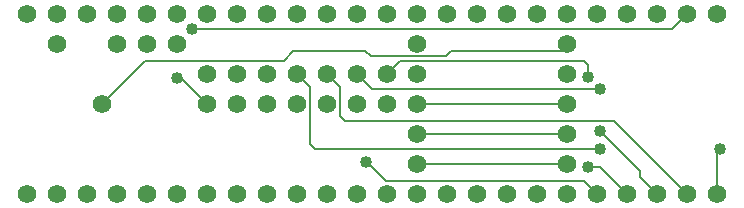
<source format=gbl>
G04 DipTrace 3.0.0.2*
G04 Teensy-TC36--T3.2-Adapter.gbl*
%MOIN*%
G04 #@! TF.FileFunction,Copper,L2,Bot*
G04 #@! TF.Part,Single*
G04 #@! TA.AperFunction,Conductor*
%ADD13C,0.008*%
%ADD14C,0.007*%
G04 #@! TA.AperFunction,ComponentPad*
%ADD16C,0.06194*%
G04 #@! TA.AperFunction,ViaPad*
%ADD17C,0.04*%
%FSLAX26Y26*%
G04*
G70*
G90*
G75*
G01*
G04 Bottom*
%LPD*%
X1573701Y548701D2*
D13*
X1569701Y544701D1*
Y557701D1*
X1639701Y487701D1*
X2299701D1*
X2343701Y443701D1*
X2353701Y593701D2*
X1403701D1*
X1387701Y609701D1*
Y799701D1*
X1343701Y843701D1*
X2753701Y593701D2*
X2743701Y583701D1*
Y443701D1*
X1443701Y843701D2*
X1487701Y799701D1*
Y703701D1*
X1503701Y687701D1*
X2399701D1*
X2643701Y443701D1*
X2353701Y793701D2*
X1593701D1*
X1543701Y843701D1*
X2353701Y653701D2*
X2487701Y519701D1*
Y499701D1*
X2543701Y443701D1*
X2313701Y833701D2*
D14*
Y871701D1*
X2299076Y886326D1*
X1686326D1*
X1643701Y843701D1*
X2313701Y533701D2*
D13*
X2353701D1*
X2443701Y443701D1*
X2243701Y943701D2*
X2238701D1*
Y918336D1*
X1857536D1*
X1841049Y901849D1*
D14*
X1589553D1*
D13*
X1571701Y919701D1*
X1331701D1*
X1299701Y887701D1*
X837701D1*
X693701Y743701D1*
X2243701Y543701D2*
X1743701D1*
X993701Y993701D2*
X2593701D1*
X2643701Y1043701D1*
X943654Y828841D2*
X958561D1*
X1043701Y743701D1*
X1743701Y643701D2*
X2243701D1*
X1743701Y743701D2*
X2243701D1*
D17*
X1573701Y548701D3*
X2313701Y833701D3*
Y533701D3*
X993701Y993701D3*
X943654Y828841D3*
X2353701Y593701D3*
X2753701D3*
X2353701Y793701D3*
Y653701D3*
D16*
X443701Y443701D3*
X543701D3*
X643701D3*
X743701D3*
X843701D3*
X943701D3*
X1043701D3*
X1143701D3*
X1243701D3*
X1343701D3*
X1443701D3*
X1543701D3*
X1643701D3*
X1743701D3*
X2243701Y543701D3*
Y643701D3*
Y743701D3*
Y843701D3*
X2043701Y1043701D3*
X1743701D3*
X1643701D3*
X1543701D3*
X1443701D3*
X1343701D3*
X1243701D3*
X1143701D3*
X1043701D3*
X943701D3*
X843701D3*
X743701D3*
X643701D3*
X543701D3*
X443701D3*
X543701Y943701D3*
X743701D3*
X843701D3*
X943701D3*
X2343701Y443701D3*
X2443701D3*
X2243701D3*
X2143701D3*
X2043701D3*
X1943701D3*
X2543701D3*
X2643701D3*
X2743701D3*
Y1043701D3*
X1843701Y443701D3*
X2643701Y1043701D3*
X1843701D3*
X2543701D3*
X2343701D3*
X2243701D3*
X2143701D3*
X2443701D3*
X1943701D3*
X2243701Y943701D3*
X1743701Y543701D3*
Y643701D3*
Y743701D3*
Y843701D3*
Y943701D3*
X1643701Y743701D3*
Y843701D3*
X1543701Y743701D3*
X1443701D3*
X1343701D3*
X1243701D3*
X1543701Y843701D3*
X1443701D3*
X1343701D3*
X1243701D3*
X1143701D3*
X1043701D3*
X1143701Y743701D3*
X1043701D3*
X693701D3*
M02*

</source>
